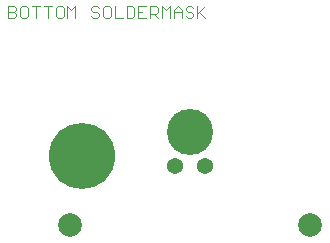
<source format=gbs>
G04*
G04 #@! TF.GenerationSoftware,Altium Limited,Altium Designer,20.2.6 (244)*
G04*
G04 Layer_Color=6502151*
%FSLAX25Y25*%
%MOIN*%
G70*
G04*
G04 #@! TF.SameCoordinates,5AE4630F-2555-4F6A-8CD4-AD4B39003086*
G04*
G04*
G04 #@! TF.FilePolarity,Negative*
G04*
G01*
G75*
%ADD11C,0.00394*%
%ADD16C,0.07874*%
%ADD18C,0.15394*%
%ADD19C,0.00394*%
%ADD20C,0.05394*%
%ADD21C,0.22047*%
D11*
X742770Y526825D02*
Y522890D01*
X744738D01*
X745394Y523546D01*
Y524202D01*
X744738Y524858D01*
X742770D01*
X744738D01*
X745394Y525514D01*
Y526169D01*
X744738Y526825D01*
X742770D01*
X748674D02*
X747362D01*
X746706Y526169D01*
Y523546D01*
X747362Y522890D01*
X748674D01*
X749330Y523546D01*
Y526169D01*
X748674Y526825D01*
X750642D02*
X753265D01*
X751954D01*
Y522890D01*
X754577Y526825D02*
X757201D01*
X755889D01*
Y522890D01*
X760481Y526825D02*
X759169D01*
X758513Y526169D01*
Y523546D01*
X759169Y522890D01*
X760481D01*
X761137Y523546D01*
Y526169D01*
X760481Y526825D01*
X762449Y522890D02*
Y526825D01*
X763761Y525514D01*
X765073Y526825D01*
Y522890D01*
X772944Y526169D02*
X772288Y526825D01*
X770976D01*
X770320Y526169D01*
Y525514D01*
X770976Y524858D01*
X772288D01*
X772944Y524202D01*
Y523546D01*
X772288Y522890D01*
X770976D01*
X770320Y523546D01*
X776224Y526825D02*
X774912D01*
X774256Y526169D01*
Y523546D01*
X774912Y522890D01*
X776224D01*
X776880Y523546D01*
Y526169D01*
X776224Y526825D01*
X778192D02*
Y522890D01*
X780816D01*
X782128Y526825D02*
Y522890D01*
X784095D01*
X784751Y523546D01*
Y526169D01*
X784095Y526825D01*
X782128D01*
X788687D02*
X786063D01*
Y522890D01*
X788687D01*
X786063Y524858D02*
X787375D01*
X789999Y522890D02*
Y526825D01*
X791967D01*
X792623Y526169D01*
Y524858D01*
X791967Y524202D01*
X789999D01*
X791311D02*
X792623Y522890D01*
X793935D02*
Y526825D01*
X795247Y525514D01*
X796559Y526825D01*
Y522890D01*
X797870D02*
Y525514D01*
X799182Y526825D01*
X800494Y525514D01*
Y522890D01*
Y524858D01*
X797870D01*
X804430Y526169D02*
X803774Y526825D01*
X802462D01*
X801806Y526169D01*
Y525514D01*
X802462Y524858D01*
X803774D01*
X804430Y524202D01*
Y523546D01*
X803774Y522890D01*
X802462D01*
X801806Y523546D01*
X805742Y526825D02*
Y522890D01*
Y524202D01*
X808366Y526825D01*
X806398Y524858D01*
X808366Y522890D01*
D16*
X843400Y453700D02*
D03*
X763400D02*
D03*
D18*
X803400Y484700D02*
D03*
D19*
X808400Y458668D02*
D03*
X798400D02*
D03*
D20*
X808400Y473468D02*
D03*
X798400D02*
D03*
D21*
X767400Y476700D02*
D03*
M02*

</source>
